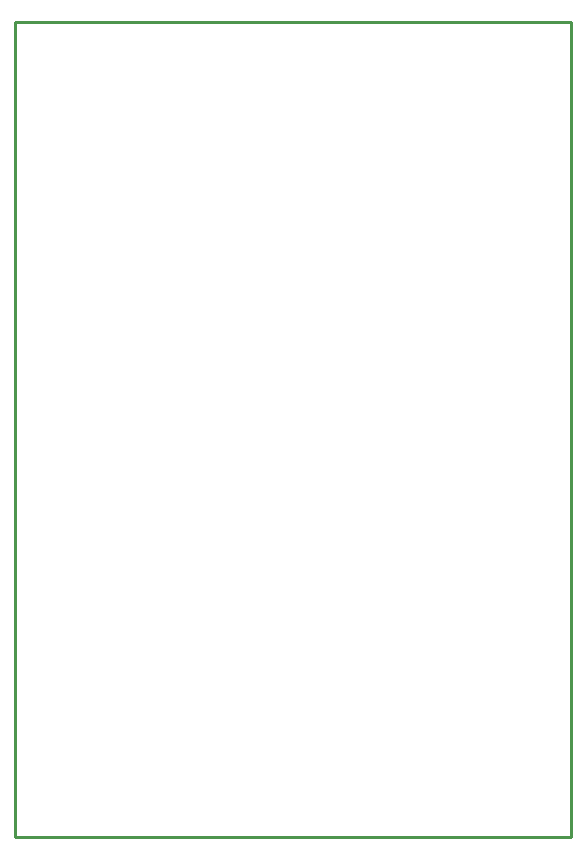
<source format=gko>
G04 Layer: BoardOutlineLayer*
G04 EasyEDA v6.5.22, 2023-04-22 10:00:47*
G04 3ca0bc53c497470ea30742e0db75a0e9,0997c0c323a540828c61b468e30a80a1,10*
G04 Gerber Generator version 0.2*
G04 Scale: 100 percent, Rotated: No, Reflected: No *
G04 Dimensions in millimeters *
G04 leading zeros omitted , absolute positions ,4 integer and 5 decimal *
%FSLAX45Y45*%
%MOMM*%

%ADD10C,0.2540*%
D10*
X699998Y12699974D02*
G01*
X5399989Y12699974D01*
X5399989Y5799988D01*
X699998Y5799988D01*
X699998Y12699974D01*

%LPD*%
M02*

</source>
